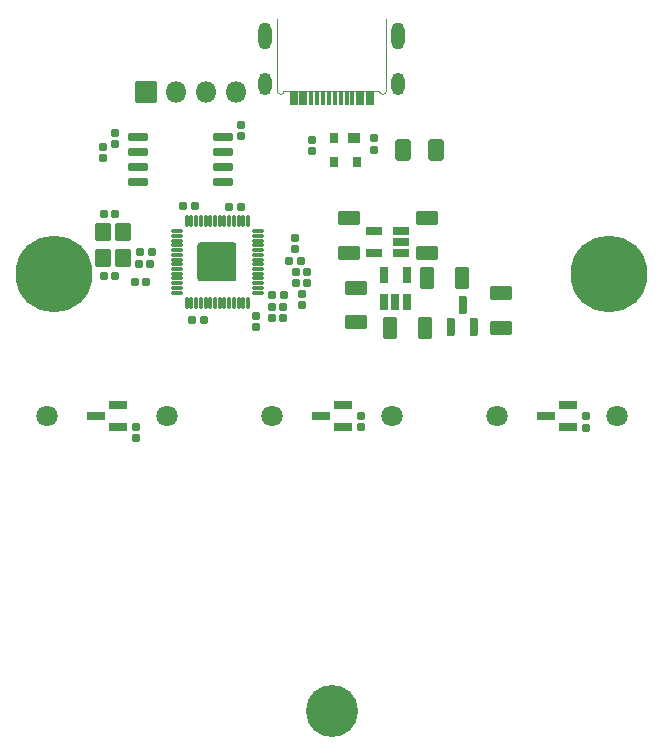
<source format=gbr>
%TF.GenerationSoftware,KiCad,Pcbnew,(7.0.0-0)*%
%TF.CreationDate,2023-04-23T13:29:19-05:00*%
%TF.ProjectId,RP2040,52503230-3430-42e6-9b69-6361645f7063,REV1*%
%TF.SameCoordinates,Original*%
%TF.FileFunction,Soldermask,Top*%
%TF.FilePolarity,Negative*%
%FSLAX46Y46*%
G04 Gerber Fmt 4.6, Leading zero omitted, Abs format (unit mm)*
G04 Created by KiCad (PCBNEW (7.0.0-0)) date 2023-04-23 13:29:19*
%MOMM*%
%LPD*%
G01*
G04 APERTURE LIST*
G04 Aperture macros list*
%AMRoundRect*
0 Rectangle with rounded corners*
0 $1 Rounding radius*
0 $2 $3 $4 $5 $6 $7 $8 $9 X,Y pos of 4 corners*
0 Add a 4 corners polygon primitive as box body*
4,1,4,$2,$3,$4,$5,$6,$7,$8,$9,$2,$3,0*
0 Add four circle primitives for the rounded corners*
1,1,$1+$1,$2,$3*
1,1,$1+$1,$4,$5*
1,1,$1+$1,$6,$7*
1,1,$1+$1,$8,$9*
0 Add four rect primitives between the rounded corners*
20,1,$1+$1,$2,$3,$4,$5,0*
20,1,$1+$1,$4,$5,$6,$7,0*
20,1,$1+$1,$6,$7,$8,$9,0*
20,1,$1+$1,$8,$9,$2,$3,0*%
G04 Aperture macros list end*
%TA.AperFunction,Profile*%
%ADD10C,0.120000*%
%TD*%
%ADD11RoundRect,0.191000X-0.170000X0.140000X-0.170000X-0.140000X0.170000X-0.140000X0.170000X0.140000X0*%
%ADD12RoundRect,0.051000X0.300000X0.575000X-0.300000X0.575000X-0.300000X-0.575000X0.300000X-0.575000X0*%
%ADD13RoundRect,0.051000X0.150000X0.575000X-0.150000X0.575000X-0.150000X-0.575000X0.150000X-0.575000X0*%
%ADD14O,1.102000X1.902000*%
%ADD15O,1.102000X2.302000*%
%ADD16RoundRect,0.191000X-0.140000X-0.170000X0.140000X-0.170000X0.140000X0.170000X-0.140000X0.170000X0*%
%ADD17RoundRect,0.201000X0.512500X0.150000X-0.512500X0.150000X-0.512500X-0.150000X0.512500X-0.150000X0*%
%ADD18RoundRect,0.191000X0.140000X0.170000X-0.140000X0.170000X-0.140000X-0.170000X0.140000X-0.170000X0*%
%ADD19RoundRect,0.201000X0.587500X0.150000X-0.587500X0.150000X-0.587500X-0.150000X0.587500X-0.150000X0*%
%ADD20RoundRect,0.301000X0.650000X-0.325000X0.650000X0.325000X-0.650000X0.325000X-0.650000X-0.325000X0*%
%ADD21RoundRect,0.201000X0.150000X-0.587500X0.150000X0.587500X-0.150000X0.587500X-0.150000X-0.587500X0*%
%ADD22RoundRect,0.051000X-0.600000X0.700000X-0.600000X-0.700000X0.600000X-0.700000X0.600000X0.700000X0*%
%ADD23RoundRect,0.050000X0.500000X0.350000X-0.500000X0.350000X-0.500000X-0.350000X0.500000X-0.350000X0*%
%ADD24RoundRect,0.050000X0.300000X0.350000X-0.300000X0.350000X-0.300000X-0.350000X0.300000X-0.350000X0*%
%ADD25RoundRect,0.301000X-0.325000X-0.650000X0.325000X-0.650000X0.325000X0.650000X-0.325000X0.650000X0*%
%ADD26RoundRect,0.191000X0.170000X-0.140000X0.170000X0.140000X-0.170000X0.140000X-0.170000X-0.140000X0*%
%ADD27RoundRect,0.201000X-0.650000X-0.150000X0.650000X-0.150000X0.650000X0.150000X-0.650000X0.150000X0*%
%ADD28RoundRect,0.301000X0.325000X0.650000X-0.325000X0.650000X-0.325000X-0.650000X0.325000X-0.650000X0*%
%ADD29RoundRect,0.301000X-0.650000X0.325000X-0.650000X-0.325000X0.650000X-0.325000X0.650000X0.325000X0*%
%ADD30RoundRect,0.186000X0.135000X0.185000X-0.135000X0.185000X-0.135000X-0.185000X0.135000X-0.185000X0*%
%ADD31RoundRect,0.101000X-0.050000X0.387500X-0.050000X-0.387500X0.050000X-0.387500X0.050000X0.387500X0*%
%ADD32RoundRect,0.101000X-0.387500X0.050000X-0.387500X-0.050000X0.387500X-0.050000X0.387500X0.050000X0*%
%ADD33RoundRect,0.195000X-1.456000X1.456000X-1.456000X-1.456000X1.456000X-1.456000X1.456000X1.456000X0*%
%ADD34RoundRect,0.051000X0.850000X-0.850000X0.850000X0.850000X-0.850000X0.850000X-0.850000X-0.850000X0*%
%ADD35O,1.802000X1.802000*%
%ADD36RoundRect,0.301000X-0.375000X-0.625000X0.375000X-0.625000X0.375000X0.625000X-0.375000X0.625000X0*%
%ADD37RoundRect,0.201000X0.150000X-0.512500X0.150000X0.512500X-0.150000X0.512500X-0.150000X-0.512500X0*%
%ADD38C,4.402000*%
%ADD39C,1.802000*%
%ADD40C,6.502000*%
G04 APERTURE END LIST*
D10*
%TO.C,P1*%
X4620000Y27520000D02*
X4625000Y33620000D01*
X4025000Y27495000D02*
X-4025000Y27495000D01*
X-4620000Y27520000D02*
X-4625000Y33620000D01*
X4025000Y27495000D02*
G75*
G03*
X4620000Y27520000I297500J12500D01*
G01*
X-4620000Y27520000D02*
G75*
G03*
X-4025000Y27495000I297500J-12500D01*
G01*
%TD*%
D11*
%TO.C,C9*%
X-2515000Y10330000D03*
X-2515000Y9370000D03*
%TD*%
D12*
%TO.C,P1*%
X3200000Y26895000D03*
X2400000Y26895000D03*
D13*
X1250000Y26895000D03*
X250000Y26895000D03*
X-250000Y26895000D03*
X-1250000Y26895000D03*
D12*
X-2400000Y26895000D03*
X-3200000Y26895000D03*
X-3200000Y26895000D03*
X-2400000Y26895000D03*
D13*
X-1750000Y26895000D03*
X-750000Y26895000D03*
X750000Y26895000D03*
X1750000Y26895000D03*
D12*
X2400000Y26895000D03*
X3200000Y26895000D03*
D14*
X5619999Y28119999D03*
D15*
X5619999Y32119999D03*
D14*
X-5619999Y28119999D03*
D15*
X-5619999Y32119999D03*
%TD*%
D16*
%TO.C,C12*%
X-5085000Y8240000D03*
X-4125000Y8240000D03*
%TD*%
D11*
%TO.C,C8*%
X-6455000Y8440000D03*
X-6455000Y7480000D03*
%TD*%
D16*
%TO.C,C21*%
X-19310000Y11840000D03*
X-18350000Y11840000D03*
%TD*%
D17*
%TO.C,U6*%
X5862500Y13740000D03*
X5862500Y14690000D03*
X5862500Y15640000D03*
X3587500Y15640000D03*
X3587500Y13740000D03*
%TD*%
D18*
%TO.C,C2*%
X-15730000Y11330000D03*
X-16690000Y11330000D03*
%TD*%
D19*
%TO.C,U9*%
X19987500Y-950000D03*
X19987500Y950000D03*
X18112500Y0D03*
%TD*%
D18*
%TO.C,R3*%
X-2055000Y12180000D03*
X-3015000Y12180000D03*
%TD*%
D20*
%TO.C,C18*%
X8030000Y13815000D03*
X8030000Y16765000D03*
%TD*%
D21*
%TO.C,U2*%
X10120000Y7480000D03*
X12020000Y7480000D03*
X11070000Y9355000D03*
%TD*%
D16*
%TO.C,C11*%
X-5095000Y9230000D03*
X-4135000Y9230000D03*
%TD*%
D22*
%TO.C,Y1*%
X-19338093Y15550000D03*
X-19338093Y13350000D03*
X-17638093Y13350000D03*
X-17638093Y15550000D03*
%TD*%
D18*
%TO.C,C4*%
X-15380000Y12820000D03*
X-16340000Y12820000D03*
%TD*%
D23*
%TO.C,U1*%
X1910000Y23480000D03*
D24*
X210000Y23480000D03*
X210000Y21480000D03*
X2110000Y21480000D03*
%TD*%
D25*
%TO.C,C16*%
X4960000Y7455000D03*
X7910000Y7455000D03*
%TD*%
D18*
%TO.C,R4*%
X-2065000Y11250000D03*
X-3025000Y11250000D03*
%TD*%
D11*
%TO.C,R1*%
X3602500Y23480000D03*
X3602500Y22520000D03*
%TD*%
D26*
%TO.C,R7*%
X-19340000Y21820000D03*
X-19340000Y22780000D03*
%TD*%
%TO.C,C13*%
X-7655000Y23660000D03*
X-7655000Y24620000D03*
%TD*%
D27*
%TO.C,U5*%
X-16435000Y23635000D03*
X-16435000Y22365000D03*
X-16435000Y21095000D03*
X-16435000Y19825000D03*
X-9235000Y19825000D03*
X-9235000Y21095000D03*
X-9235000Y22365000D03*
X-9235000Y23635000D03*
%TD*%
D28*
%TO.C,C14*%
X11055000Y11645000D03*
X8105000Y11645000D03*
%TD*%
D16*
%TO.C,C5*%
X-3585000Y13120000D03*
X-2625000Y13120000D03*
%TD*%
D26*
%TO.C,C22*%
X-16580000Y-1880000D03*
X-16580000Y-920000D03*
%TD*%
D18*
%TO.C,C6*%
X-11600000Y17730000D03*
X-12560000Y17730000D03*
%TD*%
D29*
%TO.C,C17*%
X2042813Y10848687D03*
X2042813Y7898687D03*
%TD*%
D11*
%TO.C,R5*%
X-18350000Y23940000D03*
X-18350000Y22980000D03*
%TD*%
D18*
%TO.C,C20*%
X-18350000Y17060000D03*
X-19310000Y17060000D03*
%TD*%
D30*
%TO.C,R8*%
X-15250000Y13840000D03*
X-16270000Y13840000D03*
%TD*%
D19*
%TO.C,U8*%
X937500Y-950000D03*
X937500Y950000D03*
X-937500Y0D03*
%TD*%
D11*
%TO.C,C24*%
X2450000Y10000D03*
X2450000Y-950000D03*
%TD*%
D31*
%TO.C,U3*%
X-7082662Y16459500D03*
X-7482662Y16459500D03*
X-7882662Y16459500D03*
X-8282662Y16459500D03*
X-8682662Y16459500D03*
X-9082662Y16459500D03*
X-9482662Y16459500D03*
X-9882662Y16459500D03*
X-10282662Y16459500D03*
X-10682662Y16459500D03*
X-11082662Y16459500D03*
X-11482662Y16459500D03*
X-11882662Y16459500D03*
X-12282662Y16459500D03*
D32*
X-13120162Y15622000D03*
X-13120162Y15222000D03*
X-13120162Y14822000D03*
X-13120162Y14422000D03*
X-13120162Y14022000D03*
X-13120162Y13622000D03*
X-13120162Y13222000D03*
X-13120162Y12822000D03*
X-13120162Y12422000D03*
X-13120162Y12022000D03*
X-13120162Y11622000D03*
X-13120162Y11222000D03*
X-13120162Y10822000D03*
X-13120162Y10422000D03*
D31*
X-12282662Y9584500D03*
X-11882662Y9584500D03*
X-11482662Y9584500D03*
X-11082662Y9584500D03*
X-10682662Y9584500D03*
X-10282662Y9584500D03*
X-9882662Y9584500D03*
X-9482662Y9584500D03*
X-9082662Y9584500D03*
X-8682662Y9584500D03*
X-8282662Y9584500D03*
X-7882662Y9584500D03*
X-7482662Y9584500D03*
X-7082662Y9584500D03*
D32*
X-6245162Y10422000D03*
X-6245162Y10822000D03*
X-6245162Y11222000D03*
X-6245162Y11622000D03*
X-6245162Y12022000D03*
X-6245162Y12422000D03*
X-6245162Y12822000D03*
X-6245162Y13222000D03*
X-6245162Y13622000D03*
X-6245162Y14022000D03*
X-6245162Y14422000D03*
X-6245162Y14822000D03*
X-6245162Y15222000D03*
X-6245162Y15622000D03*
D33*
X-9682662Y13022000D03*
%TD*%
D20*
%TO.C,C15*%
X14365000Y7442500D03*
X14365000Y10392500D03*
%TD*%
D19*
%TO.C,U7*%
X-18112500Y-950000D03*
X-18112500Y950000D03*
X-19987500Y0D03*
%TD*%
D11*
%TO.C,R2*%
X-1680000Y23340000D03*
X-1680000Y22380000D03*
%TD*%
%TO.C,C23*%
X21520000Y-50000D03*
X21520000Y-1010000D03*
%TD*%
D18*
%TO.C,C7*%
X-7725000Y17710000D03*
X-8685000Y17710000D03*
%TD*%
%TO.C,C3*%
X-10835000Y8070000D03*
X-11795000Y8070000D03*
%TD*%
D34*
%TO.C,J1*%
X-15710000Y27420000D03*
D35*
X-13169999Y27419999D03*
X-10629999Y27419999D03*
X-8089999Y27419999D03*
%TD*%
D36*
%TO.C,F1*%
X6020000Y22520000D03*
X8820000Y22520000D03*
%TD*%
D26*
%TO.C,C1*%
X-3115000Y14080000D03*
X-3115000Y15040000D03*
%TD*%
D16*
%TO.C,C10*%
X-5035000Y10240000D03*
X-4075000Y10240000D03*
%TD*%
D20*
%TO.C,C19*%
X1450000Y13815000D03*
X1450000Y16765000D03*
%TD*%
D37*
%TO.C,U4*%
X4435000Y9647500D03*
X5385000Y9647500D03*
X6335000Y9647500D03*
X6335000Y11922500D03*
X4435000Y11922500D03*
%TD*%
D38*
%TO.C,H3*%
X0Y-25000000D03*
%TD*%
D39*
%TO.C,REF\u002A\u002A*%
X24130000Y0D03*
X13970000Y0D03*
%TD*%
%TO.C,REF\u002A\u002A*%
X5080000Y0D03*
X-5080000Y0D03*
%TD*%
D40*
%TO.C,H2*%
X-23500000Y12000000D03*
%TD*%
%TO.C,H1*%
X23500000Y12000000D03*
%TD*%
D39*
%TO.C,REF\u002A\u002A*%
X-13970000Y0D03*
X-24130000Y0D03*
%TD*%
M02*

</source>
